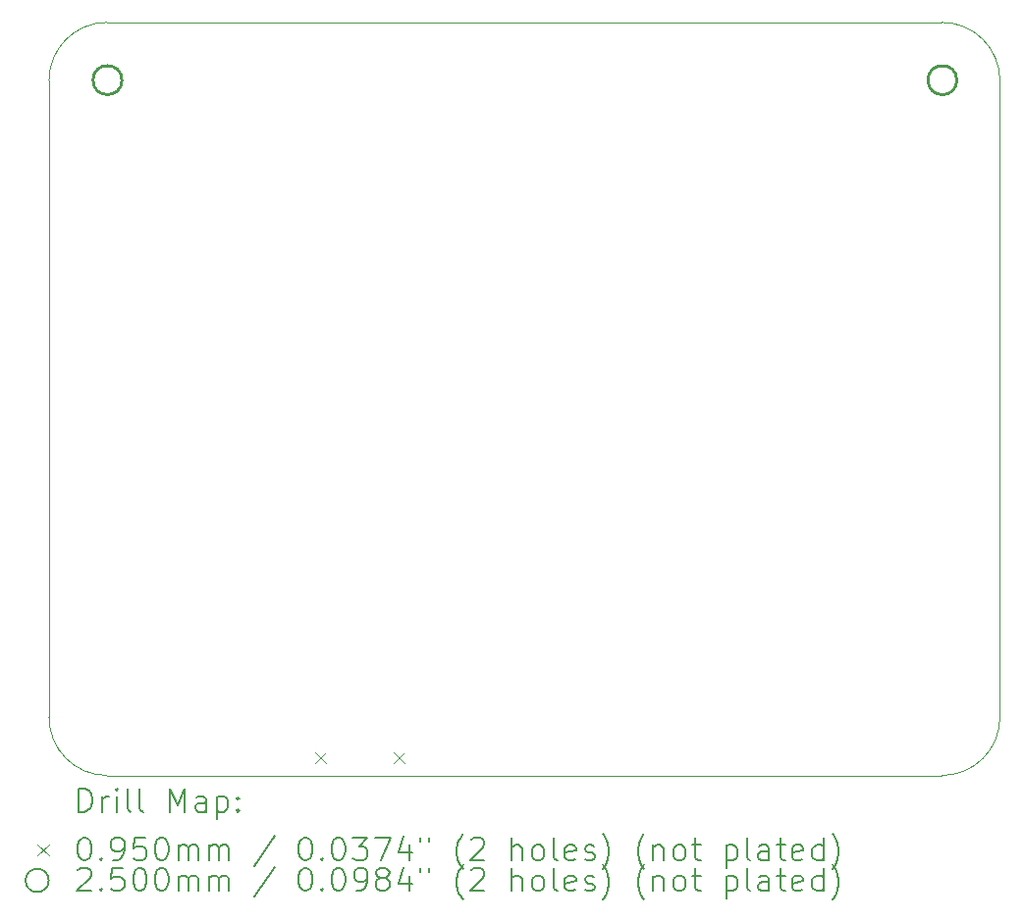
<source format=gbr>
%TF.GenerationSoftware,KiCad,Pcbnew,8.0.5*%
%TF.CreationDate,2024-11-04T18:47:35-08:00*%
%TF.ProjectId,digitalclock,64696769-7461-46c6-936c-6f636b2e6b69,rev?*%
%TF.SameCoordinates,Original*%
%TF.FileFunction,Drillmap*%
%TF.FilePolarity,Positive*%
%FSLAX45Y45*%
G04 Gerber Fmt 4.5, Leading zero omitted, Abs format (unit mm)*
G04 Created by KiCad (PCBNEW 8.0.5) date 2024-11-04 18:47:35*
%MOMM*%
%LPD*%
G01*
G04 APERTURE LIST*
%ADD10C,0.050000*%
%ADD11C,0.200000*%
%ADD12C,0.100000*%
%ADD13C,0.250000*%
G04 APERTURE END LIST*
D10*
X11268090Y-12108450D02*
X11268090Y-6608450D01*
X11768090Y-6108450D02*
X18968090Y-6108450D01*
X18968090Y-12608450D02*
X11768090Y-12608450D01*
X19468090Y-6608450D02*
X19468090Y-12108450D01*
X11268090Y-6608450D02*
G75*
G02*
X11768090Y-6108450I500000J0D01*
G01*
X11768090Y-12608450D02*
G75*
G02*
X11268090Y-12108450I0J500000D01*
G01*
X18968090Y-6108450D02*
G75*
G02*
X19468090Y-6608450I0J-500000D01*
G01*
X19468090Y-12108450D02*
G75*
G02*
X18968090Y-12608450I-500000J0D01*
G01*
D11*
D12*
X13559500Y-12410500D02*
X13654500Y-12505500D01*
X13654500Y-12410500D02*
X13559500Y-12505500D01*
X14239500Y-12410500D02*
X14334500Y-12505500D01*
X14334500Y-12410500D02*
X14239500Y-12505500D01*
D13*
X11897000Y-6607000D02*
G75*
G02*
X11647000Y-6607000I-125000J0D01*
G01*
X11647000Y-6607000D02*
G75*
G02*
X11897000Y-6607000I125000J0D01*
G01*
X19097000Y-6607000D02*
G75*
G02*
X18847000Y-6607000I-125000J0D01*
G01*
X18847000Y-6607000D02*
G75*
G02*
X19097000Y-6607000I125000J0D01*
G01*
D11*
X11526367Y-12922434D02*
X11526367Y-12722434D01*
X11526367Y-12722434D02*
X11573986Y-12722434D01*
X11573986Y-12722434D02*
X11602557Y-12731958D01*
X11602557Y-12731958D02*
X11621605Y-12751005D01*
X11621605Y-12751005D02*
X11631129Y-12770053D01*
X11631129Y-12770053D02*
X11640652Y-12808148D01*
X11640652Y-12808148D02*
X11640652Y-12836719D01*
X11640652Y-12836719D02*
X11631129Y-12874815D01*
X11631129Y-12874815D02*
X11621605Y-12893862D01*
X11621605Y-12893862D02*
X11602557Y-12912910D01*
X11602557Y-12912910D02*
X11573986Y-12922434D01*
X11573986Y-12922434D02*
X11526367Y-12922434D01*
X11726367Y-12922434D02*
X11726367Y-12789100D01*
X11726367Y-12827196D02*
X11735891Y-12808148D01*
X11735891Y-12808148D02*
X11745414Y-12798624D01*
X11745414Y-12798624D02*
X11764462Y-12789100D01*
X11764462Y-12789100D02*
X11783510Y-12789100D01*
X11850176Y-12922434D02*
X11850176Y-12789100D01*
X11850176Y-12722434D02*
X11840652Y-12731958D01*
X11840652Y-12731958D02*
X11850176Y-12741481D01*
X11850176Y-12741481D02*
X11859700Y-12731958D01*
X11859700Y-12731958D02*
X11850176Y-12722434D01*
X11850176Y-12722434D02*
X11850176Y-12741481D01*
X11973986Y-12922434D02*
X11954938Y-12912910D01*
X11954938Y-12912910D02*
X11945414Y-12893862D01*
X11945414Y-12893862D02*
X11945414Y-12722434D01*
X12078748Y-12922434D02*
X12059700Y-12912910D01*
X12059700Y-12912910D02*
X12050176Y-12893862D01*
X12050176Y-12893862D02*
X12050176Y-12722434D01*
X12307319Y-12922434D02*
X12307319Y-12722434D01*
X12307319Y-12722434D02*
X12373986Y-12865291D01*
X12373986Y-12865291D02*
X12440652Y-12722434D01*
X12440652Y-12722434D02*
X12440652Y-12922434D01*
X12621605Y-12922434D02*
X12621605Y-12817672D01*
X12621605Y-12817672D02*
X12612081Y-12798624D01*
X12612081Y-12798624D02*
X12593033Y-12789100D01*
X12593033Y-12789100D02*
X12554938Y-12789100D01*
X12554938Y-12789100D02*
X12535891Y-12798624D01*
X12621605Y-12912910D02*
X12602557Y-12922434D01*
X12602557Y-12922434D02*
X12554938Y-12922434D01*
X12554938Y-12922434D02*
X12535891Y-12912910D01*
X12535891Y-12912910D02*
X12526367Y-12893862D01*
X12526367Y-12893862D02*
X12526367Y-12874815D01*
X12526367Y-12874815D02*
X12535891Y-12855767D01*
X12535891Y-12855767D02*
X12554938Y-12846243D01*
X12554938Y-12846243D02*
X12602557Y-12846243D01*
X12602557Y-12846243D02*
X12621605Y-12836719D01*
X12716843Y-12789100D02*
X12716843Y-12989100D01*
X12716843Y-12798624D02*
X12735891Y-12789100D01*
X12735891Y-12789100D02*
X12773986Y-12789100D01*
X12773986Y-12789100D02*
X12793033Y-12798624D01*
X12793033Y-12798624D02*
X12802557Y-12808148D01*
X12802557Y-12808148D02*
X12812081Y-12827196D01*
X12812081Y-12827196D02*
X12812081Y-12884338D01*
X12812081Y-12884338D02*
X12802557Y-12903386D01*
X12802557Y-12903386D02*
X12793033Y-12912910D01*
X12793033Y-12912910D02*
X12773986Y-12922434D01*
X12773986Y-12922434D02*
X12735891Y-12922434D01*
X12735891Y-12922434D02*
X12716843Y-12912910D01*
X12897795Y-12903386D02*
X12907319Y-12912910D01*
X12907319Y-12912910D02*
X12897795Y-12922434D01*
X12897795Y-12922434D02*
X12888272Y-12912910D01*
X12888272Y-12912910D02*
X12897795Y-12903386D01*
X12897795Y-12903386D02*
X12897795Y-12922434D01*
X12897795Y-12798624D02*
X12907319Y-12808148D01*
X12907319Y-12808148D02*
X12897795Y-12817672D01*
X12897795Y-12817672D02*
X12888272Y-12808148D01*
X12888272Y-12808148D02*
X12897795Y-12798624D01*
X12897795Y-12798624D02*
X12897795Y-12817672D01*
D12*
X11170590Y-13203450D02*
X11265590Y-13298450D01*
X11265590Y-13203450D02*
X11170590Y-13298450D01*
D11*
X11564462Y-13142434D02*
X11583510Y-13142434D01*
X11583510Y-13142434D02*
X11602557Y-13151958D01*
X11602557Y-13151958D02*
X11612081Y-13161481D01*
X11612081Y-13161481D02*
X11621605Y-13180529D01*
X11621605Y-13180529D02*
X11631129Y-13218624D01*
X11631129Y-13218624D02*
X11631129Y-13266243D01*
X11631129Y-13266243D02*
X11621605Y-13304338D01*
X11621605Y-13304338D02*
X11612081Y-13323386D01*
X11612081Y-13323386D02*
X11602557Y-13332910D01*
X11602557Y-13332910D02*
X11583510Y-13342434D01*
X11583510Y-13342434D02*
X11564462Y-13342434D01*
X11564462Y-13342434D02*
X11545414Y-13332910D01*
X11545414Y-13332910D02*
X11535891Y-13323386D01*
X11535891Y-13323386D02*
X11526367Y-13304338D01*
X11526367Y-13304338D02*
X11516843Y-13266243D01*
X11516843Y-13266243D02*
X11516843Y-13218624D01*
X11516843Y-13218624D02*
X11526367Y-13180529D01*
X11526367Y-13180529D02*
X11535891Y-13161481D01*
X11535891Y-13161481D02*
X11545414Y-13151958D01*
X11545414Y-13151958D02*
X11564462Y-13142434D01*
X11716843Y-13323386D02*
X11726367Y-13332910D01*
X11726367Y-13332910D02*
X11716843Y-13342434D01*
X11716843Y-13342434D02*
X11707319Y-13332910D01*
X11707319Y-13332910D02*
X11716843Y-13323386D01*
X11716843Y-13323386D02*
X11716843Y-13342434D01*
X11821605Y-13342434D02*
X11859700Y-13342434D01*
X11859700Y-13342434D02*
X11878748Y-13332910D01*
X11878748Y-13332910D02*
X11888272Y-13323386D01*
X11888272Y-13323386D02*
X11907319Y-13294815D01*
X11907319Y-13294815D02*
X11916843Y-13256719D01*
X11916843Y-13256719D02*
X11916843Y-13180529D01*
X11916843Y-13180529D02*
X11907319Y-13161481D01*
X11907319Y-13161481D02*
X11897795Y-13151958D01*
X11897795Y-13151958D02*
X11878748Y-13142434D01*
X11878748Y-13142434D02*
X11840652Y-13142434D01*
X11840652Y-13142434D02*
X11821605Y-13151958D01*
X11821605Y-13151958D02*
X11812081Y-13161481D01*
X11812081Y-13161481D02*
X11802557Y-13180529D01*
X11802557Y-13180529D02*
X11802557Y-13228148D01*
X11802557Y-13228148D02*
X11812081Y-13247196D01*
X11812081Y-13247196D02*
X11821605Y-13256719D01*
X11821605Y-13256719D02*
X11840652Y-13266243D01*
X11840652Y-13266243D02*
X11878748Y-13266243D01*
X11878748Y-13266243D02*
X11897795Y-13256719D01*
X11897795Y-13256719D02*
X11907319Y-13247196D01*
X11907319Y-13247196D02*
X11916843Y-13228148D01*
X12097795Y-13142434D02*
X12002557Y-13142434D01*
X12002557Y-13142434D02*
X11993033Y-13237672D01*
X11993033Y-13237672D02*
X12002557Y-13228148D01*
X12002557Y-13228148D02*
X12021605Y-13218624D01*
X12021605Y-13218624D02*
X12069224Y-13218624D01*
X12069224Y-13218624D02*
X12088272Y-13228148D01*
X12088272Y-13228148D02*
X12097795Y-13237672D01*
X12097795Y-13237672D02*
X12107319Y-13256719D01*
X12107319Y-13256719D02*
X12107319Y-13304338D01*
X12107319Y-13304338D02*
X12097795Y-13323386D01*
X12097795Y-13323386D02*
X12088272Y-13332910D01*
X12088272Y-13332910D02*
X12069224Y-13342434D01*
X12069224Y-13342434D02*
X12021605Y-13342434D01*
X12021605Y-13342434D02*
X12002557Y-13332910D01*
X12002557Y-13332910D02*
X11993033Y-13323386D01*
X12231129Y-13142434D02*
X12250176Y-13142434D01*
X12250176Y-13142434D02*
X12269224Y-13151958D01*
X12269224Y-13151958D02*
X12278748Y-13161481D01*
X12278748Y-13161481D02*
X12288272Y-13180529D01*
X12288272Y-13180529D02*
X12297795Y-13218624D01*
X12297795Y-13218624D02*
X12297795Y-13266243D01*
X12297795Y-13266243D02*
X12288272Y-13304338D01*
X12288272Y-13304338D02*
X12278748Y-13323386D01*
X12278748Y-13323386D02*
X12269224Y-13332910D01*
X12269224Y-13332910D02*
X12250176Y-13342434D01*
X12250176Y-13342434D02*
X12231129Y-13342434D01*
X12231129Y-13342434D02*
X12212081Y-13332910D01*
X12212081Y-13332910D02*
X12202557Y-13323386D01*
X12202557Y-13323386D02*
X12193033Y-13304338D01*
X12193033Y-13304338D02*
X12183510Y-13266243D01*
X12183510Y-13266243D02*
X12183510Y-13218624D01*
X12183510Y-13218624D02*
X12193033Y-13180529D01*
X12193033Y-13180529D02*
X12202557Y-13161481D01*
X12202557Y-13161481D02*
X12212081Y-13151958D01*
X12212081Y-13151958D02*
X12231129Y-13142434D01*
X12383510Y-13342434D02*
X12383510Y-13209100D01*
X12383510Y-13228148D02*
X12393033Y-13218624D01*
X12393033Y-13218624D02*
X12412081Y-13209100D01*
X12412081Y-13209100D02*
X12440653Y-13209100D01*
X12440653Y-13209100D02*
X12459700Y-13218624D01*
X12459700Y-13218624D02*
X12469224Y-13237672D01*
X12469224Y-13237672D02*
X12469224Y-13342434D01*
X12469224Y-13237672D02*
X12478748Y-13218624D01*
X12478748Y-13218624D02*
X12497795Y-13209100D01*
X12497795Y-13209100D02*
X12526367Y-13209100D01*
X12526367Y-13209100D02*
X12545414Y-13218624D01*
X12545414Y-13218624D02*
X12554938Y-13237672D01*
X12554938Y-13237672D02*
X12554938Y-13342434D01*
X12650176Y-13342434D02*
X12650176Y-13209100D01*
X12650176Y-13228148D02*
X12659700Y-13218624D01*
X12659700Y-13218624D02*
X12678748Y-13209100D01*
X12678748Y-13209100D02*
X12707319Y-13209100D01*
X12707319Y-13209100D02*
X12726367Y-13218624D01*
X12726367Y-13218624D02*
X12735891Y-13237672D01*
X12735891Y-13237672D02*
X12735891Y-13342434D01*
X12735891Y-13237672D02*
X12745414Y-13218624D01*
X12745414Y-13218624D02*
X12764462Y-13209100D01*
X12764462Y-13209100D02*
X12793033Y-13209100D01*
X12793033Y-13209100D02*
X12812081Y-13218624D01*
X12812081Y-13218624D02*
X12821605Y-13237672D01*
X12821605Y-13237672D02*
X12821605Y-13342434D01*
X13212081Y-13132910D02*
X13040653Y-13390053D01*
X13469224Y-13142434D02*
X13488272Y-13142434D01*
X13488272Y-13142434D02*
X13507319Y-13151958D01*
X13507319Y-13151958D02*
X13516843Y-13161481D01*
X13516843Y-13161481D02*
X13526367Y-13180529D01*
X13526367Y-13180529D02*
X13535891Y-13218624D01*
X13535891Y-13218624D02*
X13535891Y-13266243D01*
X13535891Y-13266243D02*
X13526367Y-13304338D01*
X13526367Y-13304338D02*
X13516843Y-13323386D01*
X13516843Y-13323386D02*
X13507319Y-13332910D01*
X13507319Y-13332910D02*
X13488272Y-13342434D01*
X13488272Y-13342434D02*
X13469224Y-13342434D01*
X13469224Y-13342434D02*
X13450176Y-13332910D01*
X13450176Y-13332910D02*
X13440653Y-13323386D01*
X13440653Y-13323386D02*
X13431129Y-13304338D01*
X13431129Y-13304338D02*
X13421605Y-13266243D01*
X13421605Y-13266243D02*
X13421605Y-13218624D01*
X13421605Y-13218624D02*
X13431129Y-13180529D01*
X13431129Y-13180529D02*
X13440653Y-13161481D01*
X13440653Y-13161481D02*
X13450176Y-13151958D01*
X13450176Y-13151958D02*
X13469224Y-13142434D01*
X13621605Y-13323386D02*
X13631129Y-13332910D01*
X13631129Y-13332910D02*
X13621605Y-13342434D01*
X13621605Y-13342434D02*
X13612081Y-13332910D01*
X13612081Y-13332910D02*
X13621605Y-13323386D01*
X13621605Y-13323386D02*
X13621605Y-13342434D01*
X13754938Y-13142434D02*
X13773986Y-13142434D01*
X13773986Y-13142434D02*
X13793034Y-13151958D01*
X13793034Y-13151958D02*
X13802557Y-13161481D01*
X13802557Y-13161481D02*
X13812081Y-13180529D01*
X13812081Y-13180529D02*
X13821605Y-13218624D01*
X13821605Y-13218624D02*
X13821605Y-13266243D01*
X13821605Y-13266243D02*
X13812081Y-13304338D01*
X13812081Y-13304338D02*
X13802557Y-13323386D01*
X13802557Y-13323386D02*
X13793034Y-13332910D01*
X13793034Y-13332910D02*
X13773986Y-13342434D01*
X13773986Y-13342434D02*
X13754938Y-13342434D01*
X13754938Y-13342434D02*
X13735891Y-13332910D01*
X13735891Y-13332910D02*
X13726367Y-13323386D01*
X13726367Y-13323386D02*
X13716843Y-13304338D01*
X13716843Y-13304338D02*
X13707319Y-13266243D01*
X13707319Y-13266243D02*
X13707319Y-13218624D01*
X13707319Y-13218624D02*
X13716843Y-13180529D01*
X13716843Y-13180529D02*
X13726367Y-13161481D01*
X13726367Y-13161481D02*
X13735891Y-13151958D01*
X13735891Y-13151958D02*
X13754938Y-13142434D01*
X13888272Y-13142434D02*
X14012081Y-13142434D01*
X14012081Y-13142434D02*
X13945415Y-13218624D01*
X13945415Y-13218624D02*
X13973986Y-13218624D01*
X13973986Y-13218624D02*
X13993034Y-13228148D01*
X13993034Y-13228148D02*
X14002557Y-13237672D01*
X14002557Y-13237672D02*
X14012081Y-13256719D01*
X14012081Y-13256719D02*
X14012081Y-13304338D01*
X14012081Y-13304338D02*
X14002557Y-13323386D01*
X14002557Y-13323386D02*
X13993034Y-13332910D01*
X13993034Y-13332910D02*
X13973986Y-13342434D01*
X13973986Y-13342434D02*
X13916843Y-13342434D01*
X13916843Y-13342434D02*
X13897796Y-13332910D01*
X13897796Y-13332910D02*
X13888272Y-13323386D01*
X14078748Y-13142434D02*
X14212081Y-13142434D01*
X14212081Y-13142434D02*
X14126367Y-13342434D01*
X14373986Y-13209100D02*
X14373986Y-13342434D01*
X14326367Y-13132910D02*
X14278748Y-13275767D01*
X14278748Y-13275767D02*
X14402557Y-13275767D01*
X14469224Y-13142434D02*
X14469224Y-13180529D01*
X14545415Y-13142434D02*
X14545415Y-13180529D01*
X14840653Y-13418624D02*
X14831129Y-13409100D01*
X14831129Y-13409100D02*
X14812081Y-13380529D01*
X14812081Y-13380529D02*
X14802558Y-13361481D01*
X14802558Y-13361481D02*
X14793034Y-13332910D01*
X14793034Y-13332910D02*
X14783510Y-13285291D01*
X14783510Y-13285291D02*
X14783510Y-13247196D01*
X14783510Y-13247196D02*
X14793034Y-13199577D01*
X14793034Y-13199577D02*
X14802558Y-13171005D01*
X14802558Y-13171005D02*
X14812081Y-13151958D01*
X14812081Y-13151958D02*
X14831129Y-13123386D01*
X14831129Y-13123386D02*
X14840653Y-13113862D01*
X14907319Y-13161481D02*
X14916843Y-13151958D01*
X14916843Y-13151958D02*
X14935891Y-13142434D01*
X14935891Y-13142434D02*
X14983510Y-13142434D01*
X14983510Y-13142434D02*
X15002558Y-13151958D01*
X15002558Y-13151958D02*
X15012081Y-13161481D01*
X15012081Y-13161481D02*
X15021605Y-13180529D01*
X15021605Y-13180529D02*
X15021605Y-13199577D01*
X15021605Y-13199577D02*
X15012081Y-13228148D01*
X15012081Y-13228148D02*
X14897796Y-13342434D01*
X14897796Y-13342434D02*
X15021605Y-13342434D01*
X15259700Y-13342434D02*
X15259700Y-13142434D01*
X15345415Y-13342434D02*
X15345415Y-13237672D01*
X15345415Y-13237672D02*
X15335891Y-13218624D01*
X15335891Y-13218624D02*
X15316843Y-13209100D01*
X15316843Y-13209100D02*
X15288272Y-13209100D01*
X15288272Y-13209100D02*
X15269224Y-13218624D01*
X15269224Y-13218624D02*
X15259700Y-13228148D01*
X15469224Y-13342434D02*
X15450177Y-13332910D01*
X15450177Y-13332910D02*
X15440653Y-13323386D01*
X15440653Y-13323386D02*
X15431129Y-13304338D01*
X15431129Y-13304338D02*
X15431129Y-13247196D01*
X15431129Y-13247196D02*
X15440653Y-13228148D01*
X15440653Y-13228148D02*
X15450177Y-13218624D01*
X15450177Y-13218624D02*
X15469224Y-13209100D01*
X15469224Y-13209100D02*
X15497796Y-13209100D01*
X15497796Y-13209100D02*
X15516843Y-13218624D01*
X15516843Y-13218624D02*
X15526367Y-13228148D01*
X15526367Y-13228148D02*
X15535891Y-13247196D01*
X15535891Y-13247196D02*
X15535891Y-13304338D01*
X15535891Y-13304338D02*
X15526367Y-13323386D01*
X15526367Y-13323386D02*
X15516843Y-13332910D01*
X15516843Y-13332910D02*
X15497796Y-13342434D01*
X15497796Y-13342434D02*
X15469224Y-13342434D01*
X15650177Y-13342434D02*
X15631129Y-13332910D01*
X15631129Y-13332910D02*
X15621605Y-13313862D01*
X15621605Y-13313862D02*
X15621605Y-13142434D01*
X15802558Y-13332910D02*
X15783510Y-13342434D01*
X15783510Y-13342434D02*
X15745415Y-13342434D01*
X15745415Y-13342434D02*
X15726367Y-13332910D01*
X15726367Y-13332910D02*
X15716843Y-13313862D01*
X15716843Y-13313862D02*
X15716843Y-13237672D01*
X15716843Y-13237672D02*
X15726367Y-13218624D01*
X15726367Y-13218624D02*
X15745415Y-13209100D01*
X15745415Y-13209100D02*
X15783510Y-13209100D01*
X15783510Y-13209100D02*
X15802558Y-13218624D01*
X15802558Y-13218624D02*
X15812081Y-13237672D01*
X15812081Y-13237672D02*
X15812081Y-13256719D01*
X15812081Y-13256719D02*
X15716843Y-13275767D01*
X15888272Y-13332910D02*
X15907320Y-13342434D01*
X15907320Y-13342434D02*
X15945415Y-13342434D01*
X15945415Y-13342434D02*
X15964462Y-13332910D01*
X15964462Y-13332910D02*
X15973986Y-13313862D01*
X15973986Y-13313862D02*
X15973986Y-13304338D01*
X15973986Y-13304338D02*
X15964462Y-13285291D01*
X15964462Y-13285291D02*
X15945415Y-13275767D01*
X15945415Y-13275767D02*
X15916843Y-13275767D01*
X15916843Y-13275767D02*
X15897796Y-13266243D01*
X15897796Y-13266243D02*
X15888272Y-13247196D01*
X15888272Y-13247196D02*
X15888272Y-13237672D01*
X15888272Y-13237672D02*
X15897796Y-13218624D01*
X15897796Y-13218624D02*
X15916843Y-13209100D01*
X15916843Y-13209100D02*
X15945415Y-13209100D01*
X15945415Y-13209100D02*
X15964462Y-13218624D01*
X16040653Y-13418624D02*
X16050177Y-13409100D01*
X16050177Y-13409100D02*
X16069224Y-13380529D01*
X16069224Y-13380529D02*
X16078748Y-13361481D01*
X16078748Y-13361481D02*
X16088272Y-13332910D01*
X16088272Y-13332910D02*
X16097796Y-13285291D01*
X16097796Y-13285291D02*
X16097796Y-13247196D01*
X16097796Y-13247196D02*
X16088272Y-13199577D01*
X16088272Y-13199577D02*
X16078748Y-13171005D01*
X16078748Y-13171005D02*
X16069224Y-13151958D01*
X16069224Y-13151958D02*
X16050177Y-13123386D01*
X16050177Y-13123386D02*
X16040653Y-13113862D01*
X16402558Y-13418624D02*
X16393034Y-13409100D01*
X16393034Y-13409100D02*
X16373986Y-13380529D01*
X16373986Y-13380529D02*
X16364462Y-13361481D01*
X16364462Y-13361481D02*
X16354939Y-13332910D01*
X16354939Y-13332910D02*
X16345415Y-13285291D01*
X16345415Y-13285291D02*
X16345415Y-13247196D01*
X16345415Y-13247196D02*
X16354939Y-13199577D01*
X16354939Y-13199577D02*
X16364462Y-13171005D01*
X16364462Y-13171005D02*
X16373986Y-13151958D01*
X16373986Y-13151958D02*
X16393034Y-13123386D01*
X16393034Y-13123386D02*
X16402558Y-13113862D01*
X16478748Y-13209100D02*
X16478748Y-13342434D01*
X16478748Y-13228148D02*
X16488272Y-13218624D01*
X16488272Y-13218624D02*
X16507320Y-13209100D01*
X16507320Y-13209100D02*
X16535891Y-13209100D01*
X16535891Y-13209100D02*
X16554939Y-13218624D01*
X16554939Y-13218624D02*
X16564462Y-13237672D01*
X16564462Y-13237672D02*
X16564462Y-13342434D01*
X16688272Y-13342434D02*
X16669224Y-13332910D01*
X16669224Y-13332910D02*
X16659701Y-13323386D01*
X16659701Y-13323386D02*
X16650177Y-13304338D01*
X16650177Y-13304338D02*
X16650177Y-13247196D01*
X16650177Y-13247196D02*
X16659701Y-13228148D01*
X16659701Y-13228148D02*
X16669224Y-13218624D01*
X16669224Y-13218624D02*
X16688272Y-13209100D01*
X16688272Y-13209100D02*
X16716843Y-13209100D01*
X16716843Y-13209100D02*
X16735891Y-13218624D01*
X16735891Y-13218624D02*
X16745415Y-13228148D01*
X16745415Y-13228148D02*
X16754939Y-13247196D01*
X16754939Y-13247196D02*
X16754939Y-13304338D01*
X16754939Y-13304338D02*
X16745415Y-13323386D01*
X16745415Y-13323386D02*
X16735891Y-13332910D01*
X16735891Y-13332910D02*
X16716843Y-13342434D01*
X16716843Y-13342434D02*
X16688272Y-13342434D01*
X16812082Y-13209100D02*
X16888272Y-13209100D01*
X16840653Y-13142434D02*
X16840653Y-13313862D01*
X16840653Y-13313862D02*
X16850177Y-13332910D01*
X16850177Y-13332910D02*
X16869224Y-13342434D01*
X16869224Y-13342434D02*
X16888272Y-13342434D01*
X17107320Y-13209100D02*
X17107320Y-13409100D01*
X17107320Y-13218624D02*
X17126367Y-13209100D01*
X17126367Y-13209100D02*
X17164463Y-13209100D01*
X17164463Y-13209100D02*
X17183510Y-13218624D01*
X17183510Y-13218624D02*
X17193034Y-13228148D01*
X17193034Y-13228148D02*
X17202558Y-13247196D01*
X17202558Y-13247196D02*
X17202558Y-13304338D01*
X17202558Y-13304338D02*
X17193034Y-13323386D01*
X17193034Y-13323386D02*
X17183510Y-13332910D01*
X17183510Y-13332910D02*
X17164463Y-13342434D01*
X17164463Y-13342434D02*
X17126367Y-13342434D01*
X17126367Y-13342434D02*
X17107320Y-13332910D01*
X17316844Y-13342434D02*
X17297796Y-13332910D01*
X17297796Y-13332910D02*
X17288272Y-13313862D01*
X17288272Y-13313862D02*
X17288272Y-13142434D01*
X17478748Y-13342434D02*
X17478748Y-13237672D01*
X17478748Y-13237672D02*
X17469225Y-13218624D01*
X17469225Y-13218624D02*
X17450177Y-13209100D01*
X17450177Y-13209100D02*
X17412082Y-13209100D01*
X17412082Y-13209100D02*
X17393034Y-13218624D01*
X17478748Y-13332910D02*
X17459701Y-13342434D01*
X17459701Y-13342434D02*
X17412082Y-13342434D01*
X17412082Y-13342434D02*
X17393034Y-13332910D01*
X17393034Y-13332910D02*
X17383510Y-13313862D01*
X17383510Y-13313862D02*
X17383510Y-13294815D01*
X17383510Y-13294815D02*
X17393034Y-13275767D01*
X17393034Y-13275767D02*
X17412082Y-13266243D01*
X17412082Y-13266243D02*
X17459701Y-13266243D01*
X17459701Y-13266243D02*
X17478748Y-13256719D01*
X17545415Y-13209100D02*
X17621605Y-13209100D01*
X17573986Y-13142434D02*
X17573986Y-13313862D01*
X17573986Y-13313862D02*
X17583510Y-13332910D01*
X17583510Y-13332910D02*
X17602558Y-13342434D01*
X17602558Y-13342434D02*
X17621605Y-13342434D01*
X17764463Y-13332910D02*
X17745415Y-13342434D01*
X17745415Y-13342434D02*
X17707320Y-13342434D01*
X17707320Y-13342434D02*
X17688272Y-13332910D01*
X17688272Y-13332910D02*
X17678748Y-13313862D01*
X17678748Y-13313862D02*
X17678748Y-13237672D01*
X17678748Y-13237672D02*
X17688272Y-13218624D01*
X17688272Y-13218624D02*
X17707320Y-13209100D01*
X17707320Y-13209100D02*
X17745415Y-13209100D01*
X17745415Y-13209100D02*
X17764463Y-13218624D01*
X17764463Y-13218624D02*
X17773986Y-13237672D01*
X17773986Y-13237672D02*
X17773986Y-13256719D01*
X17773986Y-13256719D02*
X17678748Y-13275767D01*
X17945415Y-13342434D02*
X17945415Y-13142434D01*
X17945415Y-13332910D02*
X17926367Y-13342434D01*
X17926367Y-13342434D02*
X17888272Y-13342434D01*
X17888272Y-13342434D02*
X17869225Y-13332910D01*
X17869225Y-13332910D02*
X17859701Y-13323386D01*
X17859701Y-13323386D02*
X17850177Y-13304338D01*
X17850177Y-13304338D02*
X17850177Y-13247196D01*
X17850177Y-13247196D02*
X17859701Y-13228148D01*
X17859701Y-13228148D02*
X17869225Y-13218624D01*
X17869225Y-13218624D02*
X17888272Y-13209100D01*
X17888272Y-13209100D02*
X17926367Y-13209100D01*
X17926367Y-13209100D02*
X17945415Y-13218624D01*
X18021606Y-13418624D02*
X18031129Y-13409100D01*
X18031129Y-13409100D02*
X18050177Y-13380529D01*
X18050177Y-13380529D02*
X18059701Y-13361481D01*
X18059701Y-13361481D02*
X18069225Y-13332910D01*
X18069225Y-13332910D02*
X18078748Y-13285291D01*
X18078748Y-13285291D02*
X18078748Y-13247196D01*
X18078748Y-13247196D02*
X18069225Y-13199577D01*
X18069225Y-13199577D02*
X18059701Y-13171005D01*
X18059701Y-13171005D02*
X18050177Y-13151958D01*
X18050177Y-13151958D02*
X18031129Y-13123386D01*
X18031129Y-13123386D02*
X18021606Y-13113862D01*
X11265590Y-13514950D02*
G75*
G02*
X11065590Y-13514950I-100000J0D01*
G01*
X11065590Y-13514950D02*
G75*
G02*
X11265590Y-13514950I100000J0D01*
G01*
X11516843Y-13425481D02*
X11526367Y-13415958D01*
X11526367Y-13415958D02*
X11545414Y-13406434D01*
X11545414Y-13406434D02*
X11593033Y-13406434D01*
X11593033Y-13406434D02*
X11612081Y-13415958D01*
X11612081Y-13415958D02*
X11621605Y-13425481D01*
X11621605Y-13425481D02*
X11631129Y-13444529D01*
X11631129Y-13444529D02*
X11631129Y-13463577D01*
X11631129Y-13463577D02*
X11621605Y-13492148D01*
X11621605Y-13492148D02*
X11507319Y-13606434D01*
X11507319Y-13606434D02*
X11631129Y-13606434D01*
X11716843Y-13587386D02*
X11726367Y-13596910D01*
X11726367Y-13596910D02*
X11716843Y-13606434D01*
X11716843Y-13606434D02*
X11707319Y-13596910D01*
X11707319Y-13596910D02*
X11716843Y-13587386D01*
X11716843Y-13587386D02*
X11716843Y-13606434D01*
X11907319Y-13406434D02*
X11812081Y-13406434D01*
X11812081Y-13406434D02*
X11802557Y-13501672D01*
X11802557Y-13501672D02*
X11812081Y-13492148D01*
X11812081Y-13492148D02*
X11831129Y-13482624D01*
X11831129Y-13482624D02*
X11878748Y-13482624D01*
X11878748Y-13482624D02*
X11897795Y-13492148D01*
X11897795Y-13492148D02*
X11907319Y-13501672D01*
X11907319Y-13501672D02*
X11916843Y-13520719D01*
X11916843Y-13520719D02*
X11916843Y-13568338D01*
X11916843Y-13568338D02*
X11907319Y-13587386D01*
X11907319Y-13587386D02*
X11897795Y-13596910D01*
X11897795Y-13596910D02*
X11878748Y-13606434D01*
X11878748Y-13606434D02*
X11831129Y-13606434D01*
X11831129Y-13606434D02*
X11812081Y-13596910D01*
X11812081Y-13596910D02*
X11802557Y-13587386D01*
X12040652Y-13406434D02*
X12059700Y-13406434D01*
X12059700Y-13406434D02*
X12078748Y-13415958D01*
X12078748Y-13415958D02*
X12088272Y-13425481D01*
X12088272Y-13425481D02*
X12097795Y-13444529D01*
X12097795Y-13444529D02*
X12107319Y-13482624D01*
X12107319Y-13482624D02*
X12107319Y-13530243D01*
X12107319Y-13530243D02*
X12097795Y-13568338D01*
X12097795Y-13568338D02*
X12088272Y-13587386D01*
X12088272Y-13587386D02*
X12078748Y-13596910D01*
X12078748Y-13596910D02*
X12059700Y-13606434D01*
X12059700Y-13606434D02*
X12040652Y-13606434D01*
X12040652Y-13606434D02*
X12021605Y-13596910D01*
X12021605Y-13596910D02*
X12012081Y-13587386D01*
X12012081Y-13587386D02*
X12002557Y-13568338D01*
X12002557Y-13568338D02*
X11993033Y-13530243D01*
X11993033Y-13530243D02*
X11993033Y-13482624D01*
X11993033Y-13482624D02*
X12002557Y-13444529D01*
X12002557Y-13444529D02*
X12012081Y-13425481D01*
X12012081Y-13425481D02*
X12021605Y-13415958D01*
X12021605Y-13415958D02*
X12040652Y-13406434D01*
X12231129Y-13406434D02*
X12250176Y-13406434D01*
X12250176Y-13406434D02*
X12269224Y-13415958D01*
X12269224Y-13415958D02*
X12278748Y-13425481D01*
X12278748Y-13425481D02*
X12288272Y-13444529D01*
X12288272Y-13444529D02*
X12297795Y-13482624D01*
X12297795Y-13482624D02*
X12297795Y-13530243D01*
X12297795Y-13530243D02*
X12288272Y-13568338D01*
X12288272Y-13568338D02*
X12278748Y-13587386D01*
X12278748Y-13587386D02*
X12269224Y-13596910D01*
X12269224Y-13596910D02*
X12250176Y-13606434D01*
X12250176Y-13606434D02*
X12231129Y-13606434D01*
X12231129Y-13606434D02*
X12212081Y-13596910D01*
X12212081Y-13596910D02*
X12202557Y-13587386D01*
X12202557Y-13587386D02*
X12193033Y-13568338D01*
X12193033Y-13568338D02*
X12183510Y-13530243D01*
X12183510Y-13530243D02*
X12183510Y-13482624D01*
X12183510Y-13482624D02*
X12193033Y-13444529D01*
X12193033Y-13444529D02*
X12202557Y-13425481D01*
X12202557Y-13425481D02*
X12212081Y-13415958D01*
X12212081Y-13415958D02*
X12231129Y-13406434D01*
X12383510Y-13606434D02*
X12383510Y-13473100D01*
X12383510Y-13492148D02*
X12393033Y-13482624D01*
X12393033Y-13482624D02*
X12412081Y-13473100D01*
X12412081Y-13473100D02*
X12440653Y-13473100D01*
X12440653Y-13473100D02*
X12459700Y-13482624D01*
X12459700Y-13482624D02*
X12469224Y-13501672D01*
X12469224Y-13501672D02*
X12469224Y-13606434D01*
X12469224Y-13501672D02*
X12478748Y-13482624D01*
X12478748Y-13482624D02*
X12497795Y-13473100D01*
X12497795Y-13473100D02*
X12526367Y-13473100D01*
X12526367Y-13473100D02*
X12545414Y-13482624D01*
X12545414Y-13482624D02*
X12554938Y-13501672D01*
X12554938Y-13501672D02*
X12554938Y-13606434D01*
X12650176Y-13606434D02*
X12650176Y-13473100D01*
X12650176Y-13492148D02*
X12659700Y-13482624D01*
X12659700Y-13482624D02*
X12678748Y-13473100D01*
X12678748Y-13473100D02*
X12707319Y-13473100D01*
X12707319Y-13473100D02*
X12726367Y-13482624D01*
X12726367Y-13482624D02*
X12735891Y-13501672D01*
X12735891Y-13501672D02*
X12735891Y-13606434D01*
X12735891Y-13501672D02*
X12745414Y-13482624D01*
X12745414Y-13482624D02*
X12764462Y-13473100D01*
X12764462Y-13473100D02*
X12793033Y-13473100D01*
X12793033Y-13473100D02*
X12812081Y-13482624D01*
X12812081Y-13482624D02*
X12821605Y-13501672D01*
X12821605Y-13501672D02*
X12821605Y-13606434D01*
X13212081Y-13396910D02*
X13040653Y-13654053D01*
X13469224Y-13406434D02*
X13488272Y-13406434D01*
X13488272Y-13406434D02*
X13507319Y-13415958D01*
X13507319Y-13415958D02*
X13516843Y-13425481D01*
X13516843Y-13425481D02*
X13526367Y-13444529D01*
X13526367Y-13444529D02*
X13535891Y-13482624D01*
X13535891Y-13482624D02*
X13535891Y-13530243D01*
X13535891Y-13530243D02*
X13526367Y-13568338D01*
X13526367Y-13568338D02*
X13516843Y-13587386D01*
X13516843Y-13587386D02*
X13507319Y-13596910D01*
X13507319Y-13596910D02*
X13488272Y-13606434D01*
X13488272Y-13606434D02*
X13469224Y-13606434D01*
X13469224Y-13606434D02*
X13450176Y-13596910D01*
X13450176Y-13596910D02*
X13440653Y-13587386D01*
X13440653Y-13587386D02*
X13431129Y-13568338D01*
X13431129Y-13568338D02*
X13421605Y-13530243D01*
X13421605Y-13530243D02*
X13421605Y-13482624D01*
X13421605Y-13482624D02*
X13431129Y-13444529D01*
X13431129Y-13444529D02*
X13440653Y-13425481D01*
X13440653Y-13425481D02*
X13450176Y-13415958D01*
X13450176Y-13415958D02*
X13469224Y-13406434D01*
X13621605Y-13587386D02*
X13631129Y-13596910D01*
X13631129Y-13596910D02*
X13621605Y-13606434D01*
X13621605Y-13606434D02*
X13612081Y-13596910D01*
X13612081Y-13596910D02*
X13621605Y-13587386D01*
X13621605Y-13587386D02*
X13621605Y-13606434D01*
X13754938Y-13406434D02*
X13773986Y-13406434D01*
X13773986Y-13406434D02*
X13793034Y-13415958D01*
X13793034Y-13415958D02*
X13802557Y-13425481D01*
X13802557Y-13425481D02*
X13812081Y-13444529D01*
X13812081Y-13444529D02*
X13821605Y-13482624D01*
X13821605Y-13482624D02*
X13821605Y-13530243D01*
X13821605Y-13530243D02*
X13812081Y-13568338D01*
X13812081Y-13568338D02*
X13802557Y-13587386D01*
X13802557Y-13587386D02*
X13793034Y-13596910D01*
X13793034Y-13596910D02*
X13773986Y-13606434D01*
X13773986Y-13606434D02*
X13754938Y-13606434D01*
X13754938Y-13606434D02*
X13735891Y-13596910D01*
X13735891Y-13596910D02*
X13726367Y-13587386D01*
X13726367Y-13587386D02*
X13716843Y-13568338D01*
X13716843Y-13568338D02*
X13707319Y-13530243D01*
X13707319Y-13530243D02*
X13707319Y-13482624D01*
X13707319Y-13482624D02*
X13716843Y-13444529D01*
X13716843Y-13444529D02*
X13726367Y-13425481D01*
X13726367Y-13425481D02*
X13735891Y-13415958D01*
X13735891Y-13415958D02*
X13754938Y-13406434D01*
X13916843Y-13606434D02*
X13954938Y-13606434D01*
X13954938Y-13606434D02*
X13973986Y-13596910D01*
X13973986Y-13596910D02*
X13983510Y-13587386D01*
X13983510Y-13587386D02*
X14002557Y-13558815D01*
X14002557Y-13558815D02*
X14012081Y-13520719D01*
X14012081Y-13520719D02*
X14012081Y-13444529D01*
X14012081Y-13444529D02*
X14002557Y-13425481D01*
X14002557Y-13425481D02*
X13993034Y-13415958D01*
X13993034Y-13415958D02*
X13973986Y-13406434D01*
X13973986Y-13406434D02*
X13935891Y-13406434D01*
X13935891Y-13406434D02*
X13916843Y-13415958D01*
X13916843Y-13415958D02*
X13907319Y-13425481D01*
X13907319Y-13425481D02*
X13897796Y-13444529D01*
X13897796Y-13444529D02*
X13897796Y-13492148D01*
X13897796Y-13492148D02*
X13907319Y-13511196D01*
X13907319Y-13511196D02*
X13916843Y-13520719D01*
X13916843Y-13520719D02*
X13935891Y-13530243D01*
X13935891Y-13530243D02*
X13973986Y-13530243D01*
X13973986Y-13530243D02*
X13993034Y-13520719D01*
X13993034Y-13520719D02*
X14002557Y-13511196D01*
X14002557Y-13511196D02*
X14012081Y-13492148D01*
X14126367Y-13492148D02*
X14107319Y-13482624D01*
X14107319Y-13482624D02*
X14097796Y-13473100D01*
X14097796Y-13473100D02*
X14088272Y-13454053D01*
X14088272Y-13454053D02*
X14088272Y-13444529D01*
X14088272Y-13444529D02*
X14097796Y-13425481D01*
X14097796Y-13425481D02*
X14107319Y-13415958D01*
X14107319Y-13415958D02*
X14126367Y-13406434D01*
X14126367Y-13406434D02*
X14164462Y-13406434D01*
X14164462Y-13406434D02*
X14183510Y-13415958D01*
X14183510Y-13415958D02*
X14193034Y-13425481D01*
X14193034Y-13425481D02*
X14202557Y-13444529D01*
X14202557Y-13444529D02*
X14202557Y-13454053D01*
X14202557Y-13454053D02*
X14193034Y-13473100D01*
X14193034Y-13473100D02*
X14183510Y-13482624D01*
X14183510Y-13482624D02*
X14164462Y-13492148D01*
X14164462Y-13492148D02*
X14126367Y-13492148D01*
X14126367Y-13492148D02*
X14107319Y-13501672D01*
X14107319Y-13501672D02*
X14097796Y-13511196D01*
X14097796Y-13511196D02*
X14088272Y-13530243D01*
X14088272Y-13530243D02*
X14088272Y-13568338D01*
X14088272Y-13568338D02*
X14097796Y-13587386D01*
X14097796Y-13587386D02*
X14107319Y-13596910D01*
X14107319Y-13596910D02*
X14126367Y-13606434D01*
X14126367Y-13606434D02*
X14164462Y-13606434D01*
X14164462Y-13606434D02*
X14183510Y-13596910D01*
X14183510Y-13596910D02*
X14193034Y-13587386D01*
X14193034Y-13587386D02*
X14202557Y-13568338D01*
X14202557Y-13568338D02*
X14202557Y-13530243D01*
X14202557Y-13530243D02*
X14193034Y-13511196D01*
X14193034Y-13511196D02*
X14183510Y-13501672D01*
X14183510Y-13501672D02*
X14164462Y-13492148D01*
X14373986Y-13473100D02*
X14373986Y-13606434D01*
X14326367Y-13396910D02*
X14278748Y-13539767D01*
X14278748Y-13539767D02*
X14402557Y-13539767D01*
X14469224Y-13406434D02*
X14469224Y-13444529D01*
X14545415Y-13406434D02*
X14545415Y-13444529D01*
X14840653Y-13682624D02*
X14831129Y-13673100D01*
X14831129Y-13673100D02*
X14812081Y-13644529D01*
X14812081Y-13644529D02*
X14802558Y-13625481D01*
X14802558Y-13625481D02*
X14793034Y-13596910D01*
X14793034Y-13596910D02*
X14783510Y-13549291D01*
X14783510Y-13549291D02*
X14783510Y-13511196D01*
X14783510Y-13511196D02*
X14793034Y-13463577D01*
X14793034Y-13463577D02*
X14802558Y-13435005D01*
X14802558Y-13435005D02*
X14812081Y-13415958D01*
X14812081Y-13415958D02*
X14831129Y-13387386D01*
X14831129Y-13387386D02*
X14840653Y-13377862D01*
X14907319Y-13425481D02*
X14916843Y-13415958D01*
X14916843Y-13415958D02*
X14935891Y-13406434D01*
X14935891Y-13406434D02*
X14983510Y-13406434D01*
X14983510Y-13406434D02*
X15002558Y-13415958D01*
X15002558Y-13415958D02*
X15012081Y-13425481D01*
X15012081Y-13425481D02*
X15021605Y-13444529D01*
X15021605Y-13444529D02*
X15021605Y-13463577D01*
X15021605Y-13463577D02*
X15012081Y-13492148D01*
X15012081Y-13492148D02*
X14897796Y-13606434D01*
X14897796Y-13606434D02*
X15021605Y-13606434D01*
X15259700Y-13606434D02*
X15259700Y-13406434D01*
X15345415Y-13606434D02*
X15345415Y-13501672D01*
X15345415Y-13501672D02*
X15335891Y-13482624D01*
X15335891Y-13482624D02*
X15316843Y-13473100D01*
X15316843Y-13473100D02*
X15288272Y-13473100D01*
X15288272Y-13473100D02*
X15269224Y-13482624D01*
X15269224Y-13482624D02*
X15259700Y-13492148D01*
X15469224Y-13606434D02*
X15450177Y-13596910D01*
X15450177Y-13596910D02*
X15440653Y-13587386D01*
X15440653Y-13587386D02*
X15431129Y-13568338D01*
X15431129Y-13568338D02*
X15431129Y-13511196D01*
X15431129Y-13511196D02*
X15440653Y-13492148D01*
X15440653Y-13492148D02*
X15450177Y-13482624D01*
X15450177Y-13482624D02*
X15469224Y-13473100D01*
X15469224Y-13473100D02*
X15497796Y-13473100D01*
X15497796Y-13473100D02*
X15516843Y-13482624D01*
X15516843Y-13482624D02*
X15526367Y-13492148D01*
X15526367Y-13492148D02*
X15535891Y-13511196D01*
X15535891Y-13511196D02*
X15535891Y-13568338D01*
X15535891Y-13568338D02*
X15526367Y-13587386D01*
X15526367Y-13587386D02*
X15516843Y-13596910D01*
X15516843Y-13596910D02*
X15497796Y-13606434D01*
X15497796Y-13606434D02*
X15469224Y-13606434D01*
X15650177Y-13606434D02*
X15631129Y-13596910D01*
X15631129Y-13596910D02*
X15621605Y-13577862D01*
X15621605Y-13577862D02*
X15621605Y-13406434D01*
X15802558Y-13596910D02*
X15783510Y-13606434D01*
X15783510Y-13606434D02*
X15745415Y-13606434D01*
X15745415Y-13606434D02*
X15726367Y-13596910D01*
X15726367Y-13596910D02*
X15716843Y-13577862D01*
X15716843Y-13577862D02*
X15716843Y-13501672D01*
X15716843Y-13501672D02*
X15726367Y-13482624D01*
X15726367Y-13482624D02*
X15745415Y-13473100D01*
X15745415Y-13473100D02*
X15783510Y-13473100D01*
X15783510Y-13473100D02*
X15802558Y-13482624D01*
X15802558Y-13482624D02*
X15812081Y-13501672D01*
X15812081Y-13501672D02*
X15812081Y-13520719D01*
X15812081Y-13520719D02*
X15716843Y-13539767D01*
X15888272Y-13596910D02*
X15907320Y-13606434D01*
X15907320Y-13606434D02*
X15945415Y-13606434D01*
X15945415Y-13606434D02*
X15964462Y-13596910D01*
X15964462Y-13596910D02*
X15973986Y-13577862D01*
X15973986Y-13577862D02*
X15973986Y-13568338D01*
X15973986Y-13568338D02*
X15964462Y-13549291D01*
X15964462Y-13549291D02*
X15945415Y-13539767D01*
X15945415Y-13539767D02*
X15916843Y-13539767D01*
X15916843Y-13539767D02*
X15897796Y-13530243D01*
X15897796Y-13530243D02*
X15888272Y-13511196D01*
X15888272Y-13511196D02*
X15888272Y-13501672D01*
X15888272Y-13501672D02*
X15897796Y-13482624D01*
X15897796Y-13482624D02*
X15916843Y-13473100D01*
X15916843Y-13473100D02*
X15945415Y-13473100D01*
X15945415Y-13473100D02*
X15964462Y-13482624D01*
X16040653Y-13682624D02*
X16050177Y-13673100D01*
X16050177Y-13673100D02*
X16069224Y-13644529D01*
X16069224Y-13644529D02*
X16078748Y-13625481D01*
X16078748Y-13625481D02*
X16088272Y-13596910D01*
X16088272Y-13596910D02*
X16097796Y-13549291D01*
X16097796Y-13549291D02*
X16097796Y-13511196D01*
X16097796Y-13511196D02*
X16088272Y-13463577D01*
X16088272Y-13463577D02*
X16078748Y-13435005D01*
X16078748Y-13435005D02*
X16069224Y-13415958D01*
X16069224Y-13415958D02*
X16050177Y-13387386D01*
X16050177Y-13387386D02*
X16040653Y-13377862D01*
X16402558Y-13682624D02*
X16393034Y-13673100D01*
X16393034Y-13673100D02*
X16373986Y-13644529D01*
X16373986Y-13644529D02*
X16364462Y-13625481D01*
X16364462Y-13625481D02*
X16354939Y-13596910D01*
X16354939Y-13596910D02*
X16345415Y-13549291D01*
X16345415Y-13549291D02*
X16345415Y-13511196D01*
X16345415Y-13511196D02*
X16354939Y-13463577D01*
X16354939Y-13463577D02*
X16364462Y-13435005D01*
X16364462Y-13435005D02*
X16373986Y-13415958D01*
X16373986Y-13415958D02*
X16393034Y-13387386D01*
X16393034Y-13387386D02*
X16402558Y-13377862D01*
X16478748Y-13473100D02*
X16478748Y-13606434D01*
X16478748Y-13492148D02*
X16488272Y-13482624D01*
X16488272Y-13482624D02*
X16507320Y-13473100D01*
X16507320Y-13473100D02*
X16535891Y-13473100D01*
X16535891Y-13473100D02*
X16554939Y-13482624D01*
X16554939Y-13482624D02*
X16564462Y-13501672D01*
X16564462Y-13501672D02*
X16564462Y-13606434D01*
X16688272Y-13606434D02*
X16669224Y-13596910D01*
X16669224Y-13596910D02*
X16659701Y-13587386D01*
X16659701Y-13587386D02*
X16650177Y-13568338D01*
X16650177Y-13568338D02*
X16650177Y-13511196D01*
X16650177Y-13511196D02*
X16659701Y-13492148D01*
X16659701Y-13492148D02*
X16669224Y-13482624D01*
X16669224Y-13482624D02*
X16688272Y-13473100D01*
X16688272Y-13473100D02*
X16716843Y-13473100D01*
X16716843Y-13473100D02*
X16735891Y-13482624D01*
X16735891Y-13482624D02*
X16745415Y-13492148D01*
X16745415Y-13492148D02*
X16754939Y-13511196D01*
X16754939Y-13511196D02*
X16754939Y-13568338D01*
X16754939Y-13568338D02*
X16745415Y-13587386D01*
X16745415Y-13587386D02*
X16735891Y-13596910D01*
X16735891Y-13596910D02*
X16716843Y-13606434D01*
X16716843Y-13606434D02*
X16688272Y-13606434D01*
X16812082Y-13473100D02*
X16888272Y-13473100D01*
X16840653Y-13406434D02*
X16840653Y-13577862D01*
X16840653Y-13577862D02*
X16850177Y-13596910D01*
X16850177Y-13596910D02*
X16869224Y-13606434D01*
X16869224Y-13606434D02*
X16888272Y-13606434D01*
X17107320Y-13473100D02*
X17107320Y-13673100D01*
X17107320Y-13482624D02*
X17126367Y-13473100D01*
X17126367Y-13473100D02*
X17164463Y-13473100D01*
X17164463Y-13473100D02*
X17183510Y-13482624D01*
X17183510Y-13482624D02*
X17193034Y-13492148D01*
X17193034Y-13492148D02*
X17202558Y-13511196D01*
X17202558Y-13511196D02*
X17202558Y-13568338D01*
X17202558Y-13568338D02*
X17193034Y-13587386D01*
X17193034Y-13587386D02*
X17183510Y-13596910D01*
X17183510Y-13596910D02*
X17164463Y-13606434D01*
X17164463Y-13606434D02*
X17126367Y-13606434D01*
X17126367Y-13606434D02*
X17107320Y-13596910D01*
X17316844Y-13606434D02*
X17297796Y-13596910D01*
X17297796Y-13596910D02*
X17288272Y-13577862D01*
X17288272Y-13577862D02*
X17288272Y-13406434D01*
X17478748Y-13606434D02*
X17478748Y-13501672D01*
X17478748Y-13501672D02*
X17469225Y-13482624D01*
X17469225Y-13482624D02*
X17450177Y-13473100D01*
X17450177Y-13473100D02*
X17412082Y-13473100D01*
X17412082Y-13473100D02*
X17393034Y-13482624D01*
X17478748Y-13596910D02*
X17459701Y-13606434D01*
X17459701Y-13606434D02*
X17412082Y-13606434D01*
X17412082Y-13606434D02*
X17393034Y-13596910D01*
X17393034Y-13596910D02*
X17383510Y-13577862D01*
X17383510Y-13577862D02*
X17383510Y-13558815D01*
X17383510Y-13558815D02*
X17393034Y-13539767D01*
X17393034Y-13539767D02*
X17412082Y-13530243D01*
X17412082Y-13530243D02*
X17459701Y-13530243D01*
X17459701Y-13530243D02*
X17478748Y-13520719D01*
X17545415Y-13473100D02*
X17621605Y-13473100D01*
X17573986Y-13406434D02*
X17573986Y-13577862D01*
X17573986Y-13577862D02*
X17583510Y-13596910D01*
X17583510Y-13596910D02*
X17602558Y-13606434D01*
X17602558Y-13606434D02*
X17621605Y-13606434D01*
X17764463Y-13596910D02*
X17745415Y-13606434D01*
X17745415Y-13606434D02*
X17707320Y-13606434D01*
X17707320Y-13606434D02*
X17688272Y-13596910D01*
X17688272Y-13596910D02*
X17678748Y-13577862D01*
X17678748Y-13577862D02*
X17678748Y-13501672D01*
X17678748Y-13501672D02*
X17688272Y-13482624D01*
X17688272Y-13482624D02*
X17707320Y-13473100D01*
X17707320Y-13473100D02*
X17745415Y-13473100D01*
X17745415Y-13473100D02*
X17764463Y-13482624D01*
X17764463Y-13482624D02*
X17773986Y-13501672D01*
X17773986Y-13501672D02*
X17773986Y-13520719D01*
X17773986Y-13520719D02*
X17678748Y-13539767D01*
X17945415Y-13606434D02*
X17945415Y-13406434D01*
X17945415Y-13596910D02*
X17926367Y-13606434D01*
X17926367Y-13606434D02*
X17888272Y-13606434D01*
X17888272Y-13606434D02*
X17869225Y-13596910D01*
X17869225Y-13596910D02*
X17859701Y-13587386D01*
X17859701Y-13587386D02*
X17850177Y-13568338D01*
X17850177Y-13568338D02*
X17850177Y-13511196D01*
X17850177Y-13511196D02*
X17859701Y-13492148D01*
X17859701Y-13492148D02*
X17869225Y-13482624D01*
X17869225Y-13482624D02*
X17888272Y-13473100D01*
X17888272Y-13473100D02*
X17926367Y-13473100D01*
X17926367Y-13473100D02*
X17945415Y-13482624D01*
X18021606Y-13682624D02*
X18031129Y-13673100D01*
X18031129Y-13673100D02*
X18050177Y-13644529D01*
X18050177Y-13644529D02*
X18059701Y-13625481D01*
X18059701Y-13625481D02*
X18069225Y-13596910D01*
X18069225Y-13596910D02*
X18078748Y-13549291D01*
X18078748Y-13549291D02*
X18078748Y-13511196D01*
X18078748Y-13511196D02*
X18069225Y-13463577D01*
X18069225Y-13463577D02*
X18059701Y-13435005D01*
X18059701Y-13435005D02*
X18050177Y-13415958D01*
X18050177Y-13415958D02*
X18031129Y-13387386D01*
X18031129Y-13387386D02*
X18021606Y-13377862D01*
M02*

</source>
